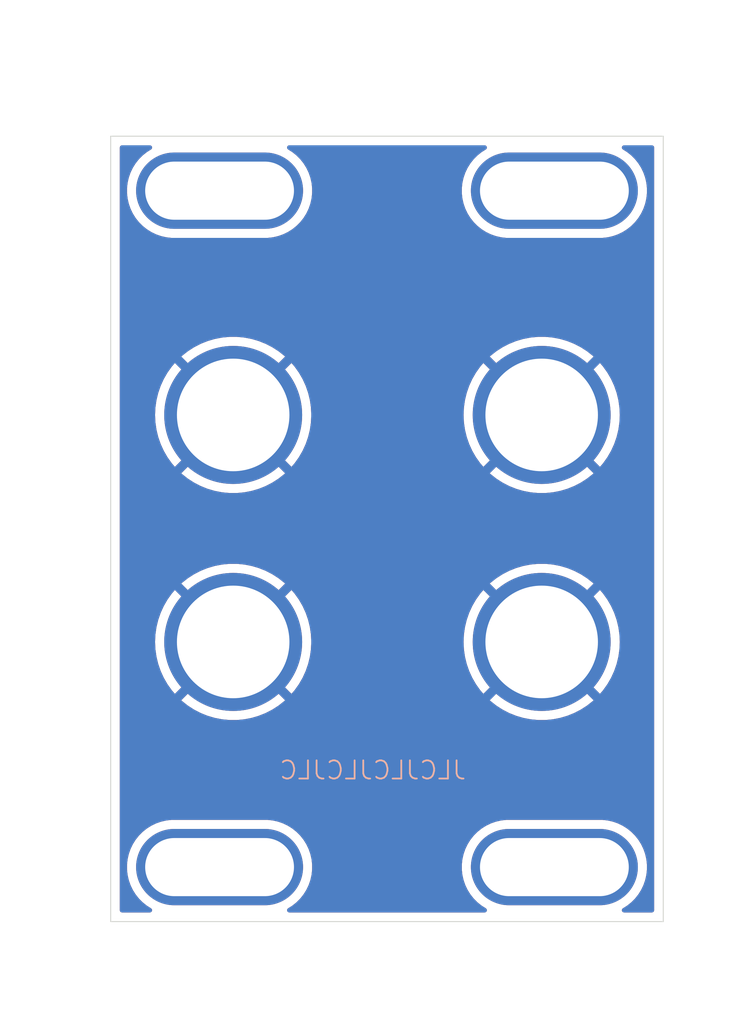
<source format=kicad_pcb>
(kicad_pcb (version 20240108) (generator "pcbnew") (generator_version "8.0")
  (layers (0 "F.Cu" signal) (31 "B.Cu" signal) (34 "B.Paste" user) (35 "F.Paste" user) (36 "B.SilkS" user "B.Silkscreen") (37 "F.SilkS" user "F.Silkscreen") (38 "B.Mask" user) (39 "F.Mask" user) (44 "Edge.Cuts" user))
  (net 0 "")
  (net 3 "GND")
  (footprint "Custom_FP:JackHole_3.5mm" (layer "F.Cu") (at 106.6 90.35)
    (property "Reference" "J1" (hide yes))
    (property "Value" "Screw_Terminal_01x01")
    (pad "1" thru_hole circle (at 0 0) (size 7.6 7.6) (drill 6.2) (layers "*.Cu" "*.Mask") (net 3 "GND"))
  )
  (footprint "Custom_FP:JackHole_3.5mm" (layer "F.Cu") (at 123.6 102.85)
    (property "Reference" "J6" (hide yes))
    (property "Value" "Screw_Terminal_01x01")
    (pad "1" thru_hole circle (at 0 0) (size 7.6 7.6) (drill 6.2) (layers "*.Cu" "*.Mask") (net 3 "GND"))
  )
  (footprint "Custom_FP:Wider_M3" (layer "F.Cu") (at 124.3 78)
    (property "Reference" "J7" (hide yes))
    (property "Value" "Screw_Terminal_01x01")
    (pad "1" thru_hole oval (at 0 0) (size 9.2 4.2) (drill oval 8.2 3.2) (layers "*.Cu" "*.Mask"))
  )
  (footprint "Custom_FP:Wider_M3" (layer "F.Cu") (at 105.85 115.25)
    (property "Reference" "J5" (hide yes))
    (property "Value" "Screw_Terminal_01x01")
    (pad "1" thru_hole oval (at 0 0) (size 9.2 4.2) (drill oval 8.2 3.2) (layers "*.Cu" "*.Mask"))
  )
  (footprint "Custom_FP:Wider_M3" (layer "F.Cu") (at 105.85 78)
    (property "Reference" "J4" (hide yes))
    (property "Value" "Screw_Terminal_01x01")
    (pad "1" thru_hole oval (at 0 0) (size 9.2 4.2) (drill oval 8.2 3.2) (layers "*.Cu" "*.Mask"))
  )
  (footprint "Custom_FP:Wider_M3" (layer "F.Cu") (at 124.3 115.25)
    (property "Reference" "J8" (hide yes))
    (property "Value" "Screw_Terminal_01x01")
    (pad "1" thru_hole oval (at 0 0) (size 9.2 4.2) (drill oval 8.2 3.2) (layers "*.Cu" "*.Mask"))
  )
  (footprint "Custom_FP:JackHole_3.5mm" (layer "F.Cu") (at 123.6 90.35)
    (property "Reference" "J3" (hide yes))
    (property "Value" "Screw_Terminal_01x01")
    (pad "1" thru_hole circle (at 0 0) (size 7.6 7.6) (drill 6.2) (layers "*.Cu" "*.Mask") (net 3 "GND"))
  )
  (footprint "Custom_FP:JackHole_3.5mm" (layer "F.Cu") (at 106.6 102.85)
    (property "Reference" "J2" (hide yes))
    (property "Value" "Screw_Terminal_01x01")
    (pad "1" thru_hole circle (at 0 0) (size 7.6 7.6) (drill 6.2) (layers "*.Cu" "*.Mask") (net 3 "GND"))
  )
  (gr_line (start 99.85 75) (end 99.85 118.25) (stroke (width 0.05)) (layer "Edge.Cuts"))
  (gr_line (start 130.3 75) (end 99.85 75) (stroke (width 0.05)) (layer "Edge.Cuts"))
  (gr_line (start 130.3 118.25) (end 130.3 75) (stroke (width 0.05)) (layer "Edge.Cuts"))
  (gr_line (start 99.85 118.25) (end 130.3 118.25) (stroke (width 0.05)) (layer "Edge.Cuts"))
  (gr_text "JLCJLCJLCJLC" (at 119.5 110.5 0) (layer "B.SilkS") (effects (font (size 1 1) (thickness 0.1)) (justify left bottom mirror)))
  (zone (net 3) (net_name "GND") (layers "F&B.Cu") (connect_pads (clearance 0.5)) (min_thickness 0.25) (fill yes (thermal_gap 0.5) (thermal_bridge_width 0.5))
    (polygon (pts (xy 97.5 73.5) (xy 93.75 122.25) (xy 135.05 123.9) (xy 133.2 72.55) (xy 108.75 67.5)))
  )
)
</source>
